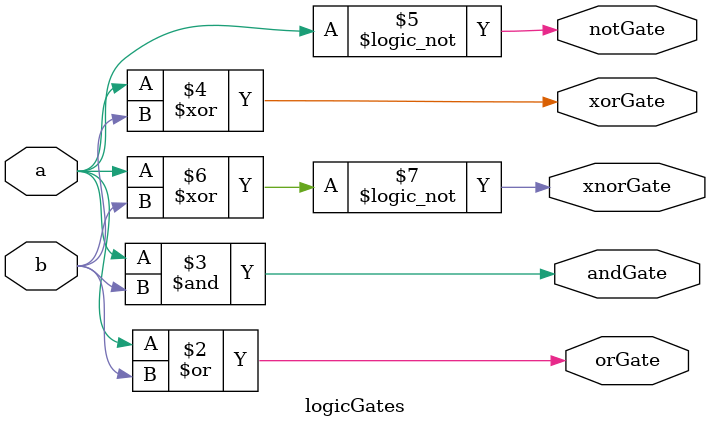
<source format=sv>
parameter ONE_MINUTE_IN_SECONDS=60, NUM_OF_BITS=8;
// define the module API, the inputs, the outputs, as well as their types
module logicGates(
  input logic a,
  input logic b,
  output logic orGate,
  output logic andGate,
  output logic xorGate,
  output logic notGate,
  output logic xnorGate
);
  
  // the expression is a combinational circuit
  always_comb begin
    orGate <= a | b;
    andGate <= a & b;
    xorGate <= a ^ b;
    notGate <= !a;
    xnorGate <= !(a ^ b);
  end  
  
  
endmodule
</source>
